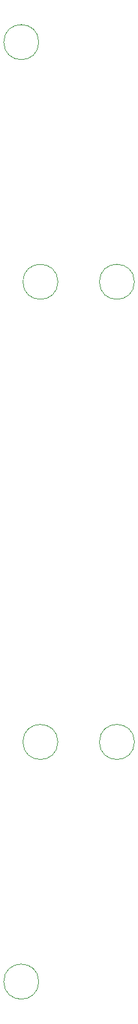
<source format=gto>
G04 #@! TF.GenerationSoftware,KiCad,Pcbnew,(5.1.0)-1*
G04 #@! TF.CreationDate,2019-05-28T14:34:34-04:00*
G04 #@! TF.ProjectId,Power Supply_Panel,506f7765-7220-4537-9570-706c795f5061,rev?*
G04 #@! TF.SameCoordinates,Original*
G04 #@! TF.FileFunction,Legend,Top*
G04 #@! TF.FilePolarity,Positive*
%FSLAX46Y46*%
G04 Gerber Fmt 4.6, Leading zero omitted, Abs format (unit mm)*
G04 Created by KiCad (PCBNEW (5.1.0)-1) date 2019-05-28 14:34:34*
%MOMM*%
%LPD*%
G04 APERTURE LIST*
%ADD10C,0.120000*%
G04 APERTURE END LIST*
D10*
X39786000Y-33000000D02*
G75*
G03X39786000Y-33000000I-2286000J0D01*
G01*
X42286000Y-64250000D02*
G75*
G03X42286000Y-64250000I-2286000J0D01*
G01*
X42286000Y-124250000D02*
G75*
G03X42286000Y-124250000I-2286000J0D01*
G01*
X39786000Y-155500000D02*
G75*
G03X39786000Y-155500000I-2286000J0D01*
G01*
X52286000Y-64250000D02*
G75*
G03X52286000Y-64250000I-2286000J0D01*
G01*
X52286000Y-124250000D02*
G75*
G03X52286000Y-124250000I-2286000J0D01*
G01*
M02*

</source>
